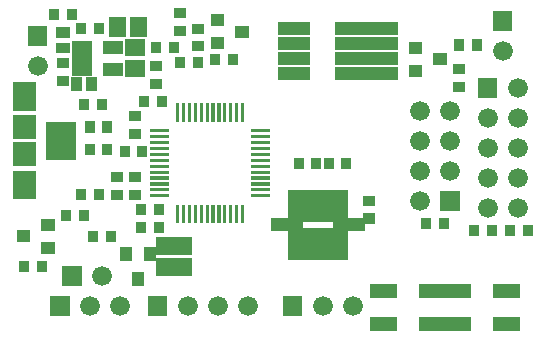
<source format=gbr>
G04 start of page 6 for group -4063 idx -4063 *
G04 Title: riffle, componentmask *
G04 Creator: pcb 1.99z *
G04 CreationDate: Mon 31 Mar 2014 04:05:30 PM GMT UTC *
G04 For: ben *
G04 Format: Gerber/RS-274X *
G04 PCB-Dimensions (mil): 6000.00 5000.00 *
G04 PCB-Coordinate-Origin: lower left *
%MOIN*%
%FSLAX25Y25*%
%LNTOPMASK*%
%ADD62R,0.0612X0.0612*%
%ADD61R,0.0780X0.0780*%
%ADD60R,0.0258X0.0258*%
%ADD59R,0.0476X0.0476*%
%ADD58R,0.0476X0.0476*%
%ADD57R,0.0106X0.0106*%
%ADD56R,0.0572X0.0572*%
%ADD55R,0.0355X0.0355*%
%ADD54R,0.0400X0.0400*%
%ADD53R,0.0336X0.0336*%
%ADD52R,0.0440X0.0440*%
%ADD51C,0.0660*%
%ADD50C,0.0001*%
G54D50*G36*
X124200Y373300D02*Y366700D01*
X130800D01*
Y373300D01*
X124200D01*
G37*
G54D51*X127500Y360000D03*
G54D50*G36*
X209200Y283300D02*Y276700D01*
X215800D01*
Y283300D01*
X209200D01*
G37*
G54D51*X222500Y280000D03*
X232500D03*
G54D50*G36*
X164200Y283300D02*Y276700D01*
X170800D01*
Y283300D01*
X164200D01*
G37*
G36*
X131700D02*Y276700D01*
X138300D01*
Y283300D01*
X131700D01*
G37*
G54D51*X145000Y280000D03*
X155000D03*
G54D50*G36*
X135700Y293300D02*Y286700D01*
X142300D01*
Y293300D01*
X135700D01*
G37*
G54D51*X149000Y290000D03*
X177500Y280000D03*
X187500D03*
X197500D03*
G54D50*G36*
X279200Y378300D02*Y371700D01*
X285800D01*
Y378300D01*
X279200D01*
G37*
G54D51*X282500Y365000D03*
G54D50*G36*
X274200Y355800D02*Y349200D01*
X280800D01*
Y355800D01*
X274200D01*
G37*
G54D51*X287500Y352500D03*
X277500Y342500D03*
X287500D03*
X277500Y332500D03*
X265000Y335000D03*
X255000D03*
X265000Y345000D03*
X255000D03*
X287500Y332500D03*
X277500Y322500D03*
Y312500D03*
G54D50*G36*
X261700Y318300D02*Y311700D01*
X268300D01*
Y318300D01*
X261700D01*
G37*
G54D51*X255000Y315000D03*
X265000Y325000D03*
X255000D03*
X287500Y322500D03*
Y312500D03*
G54D52*X141150Y366200D02*X143550D01*
X151450D02*X153850D01*
G54D53*X172906Y366197D02*Y365803D01*
X167000Y366197D02*Y365803D01*
G54D54*X187200Y375300D02*X187800D01*
X187200Y367500D02*X187800D01*
X195400Y371400D02*X196000D01*
G54D53*X192559Y362197D02*Y361803D01*
X186654Y362197D02*Y361803D01*
X180803Y366441D02*X181197D01*
X180953Y361197D02*Y360803D01*
X166803Y359953D02*X167197D01*
X180803Y372346D02*X181197D01*
X142047Y372697D02*Y372303D01*
X147953Y372697D02*Y372303D01*
X174803Y377500D02*X175197D01*
X174803Y371594D02*X175197D01*
X175047Y361197D02*Y360803D01*
G54D52*X209900Y372500D02*X216200D01*
X209900Y367500D02*X216200D01*
X209900Y362500D02*X216200D01*
X209900Y357500D02*X216200D01*
G54D55*X135508Y371000D02*X136492D01*
X135508Y365882D02*X136492D01*
G54D53*X133094Y377197D02*Y376803D01*
X139000Y377197D02*Y376803D01*
G54D56*X159607Y366043D02*X160393D01*
X159607Y358957D02*X160393D01*
X154000Y373393D02*Y372607D01*
X161086Y373393D02*Y372607D01*
G54D52*X141150Y362500D02*X143550D01*
X141150Y358800D02*X143550D01*
X151450D02*X153850D01*
G54D53*X135803Y355047D02*X136197D01*
X135803Y360953D02*X136197D01*
G54D57*X165453Y334390D02*X170689D01*
X165453Y332421D02*X170689D01*
X165453Y330453D02*X170689D01*
X199311Y332421D02*X204547D01*
X199311Y334390D02*X204547D01*
X165453Y328484D02*X170689D01*
X165453Y326516D02*X170689D01*
X165453Y324547D02*X170689D01*
X165453Y322579D02*X170689D01*
X165453Y320610D02*X170689D01*
X165453Y318642D02*X170689D01*
X165453Y316673D02*X170689D01*
X199311D02*X204547D01*
X199311Y318642D02*X204547D01*
X165453Y338327D02*X170689D01*
X165453Y336358D02*X170689D01*
X185984Y347047D02*Y341811D01*
X184016Y347047D02*Y341811D01*
X182047Y347047D02*Y341811D01*
X180079Y347047D02*Y341811D01*
X178110Y347047D02*Y341811D01*
X176142Y347047D02*Y341811D01*
X174173Y347047D02*Y341811D01*
X199311Y320610D02*X204547D01*
X199311Y322579D02*X204547D01*
X199311Y324547D02*X204547D01*
X199311Y326516D02*X204547D01*
X199311Y328484D02*X204547D01*
X199311Y330453D02*X204547D01*
X199311Y336358D02*X204547D01*
X199311Y338327D02*X204547D01*
X195827Y347047D02*Y341811D01*
X193858Y347047D02*Y341811D01*
X191890Y347047D02*Y341811D01*
X189921Y347047D02*Y341811D01*
X187953Y347047D02*Y341811D01*
G54D54*X253200Y366000D02*X253800D01*
X253200Y358200D02*X253800D01*
G54D52*X228800Y357500D02*X245500D01*
X228800Y362500D02*X245500D01*
X228800Y367500D02*X245500D01*
X228800Y372500D02*X245500D01*
G54D54*X261400Y362100D02*X262000D01*
G54D53*X267803Y358906D02*X268197D01*
X267803Y353000D02*X268197D01*
X273858Y367102D02*Y366709D01*
X267953Y367102D02*Y366709D01*
X224547Y327697D02*Y327303D01*
X214547Y327697D02*Y327303D01*
X220453Y327697D02*Y327303D01*
G54D52*X213126Y316429D02*Y310150D01*
X207634Y307000D02*X213913D01*
X216276Y316429D02*Y310150D01*
X219425Y316429D02*Y310150D01*
X222575Y316429D02*Y310150D01*
X225724Y316429D02*Y310150D01*
X213126Y303850D02*Y297571D01*
X216276Y303850D02*Y297571D01*
X219425Y303850D02*Y297571D01*
X222575Y303850D02*Y297571D01*
X225724Y303850D02*Y297571D01*
X228874Y303850D02*Y297571D01*
G54D53*X230453Y327697D02*Y327303D01*
X237803Y315000D02*X238197D01*
X237803Y309094D02*X238197D01*
X285094Y305197D02*Y304803D01*
X291000Y305197D02*Y304803D01*
X262953Y307697D02*Y307303D01*
X257047Y307697D02*Y307303D01*
X273094Y305197D02*Y304803D01*
X279000Y305197D02*Y304803D01*
G54D52*X228874Y316429D02*Y310150D01*
X228087Y307000D02*X234366D01*
G54D58*X265433Y274000D02*X269567D01*
X265433Y285024D02*X269567D01*
G54D59*X240764Y273988D02*X244898D01*
X257102D02*X261236D01*
X240764Y285012D02*X244898D01*
X257102D02*X261236D01*
G54D58*X281771Y274000D02*X285905D01*
X281771Y285024D02*X285905D01*
G54D55*X140441Y354492D02*Y353508D01*
G54D53*X144823Y339756D02*Y339362D01*
G54D55*X145559Y354492D02*Y353508D01*
G54D53*X168858Y348197D02*Y347803D01*
X162953Y348197D02*Y347803D01*
X148953Y347197D02*Y346803D01*
X143047Y347197D02*Y346803D01*
X166803Y354047D02*X167197D01*
X144882Y332197D02*Y331803D01*
X150787Y332197D02*Y331803D01*
X150728Y339756D02*Y339362D01*
X156500Y331697D02*Y331303D01*
X162406Y331697D02*Y331303D01*
X159803Y337382D02*X160197D01*
X159803Y343287D02*X160197D01*
X159803Y317047D02*X160197D01*
X153803D02*X154197D01*
X162047Y312197D02*Y311803D01*
X167953Y312197D02*Y311803D01*
X159803Y322953D02*X160197D01*
X153803D02*X154197D01*
G54D60*X131673Y340118D02*X139154D01*
X131673Y337559D02*X139154D01*
X131673Y335000D02*X139154D01*
X131673Y332441D02*X139154D01*
X131673Y329882D02*X139154D01*
G54D61*X123209Y350551D02*Y348976D01*
Y330669D02*Y330472D01*
Y339528D02*Y339331D01*
G54D53*X142094Y317197D02*Y316803D01*
X148000Y317197D02*Y316803D01*
X143000Y310197D02*Y309803D01*
X152000Y303291D02*Y302898D01*
X146094Y303291D02*Y302898D01*
X137094Y310197D02*Y309803D01*
X129000Y293197D02*Y292803D01*
G54D54*X130700Y299200D02*X131300D01*
X130700Y307000D02*X131300D01*
G54D53*X123094Y293197D02*Y292803D01*
G54D61*X123209Y321024D02*Y319449D01*
G54D54*X122500Y303100D02*X123100D01*
G54D53*X162094Y306197D02*Y305803D01*
X168000Y306197D02*Y305803D01*
G54D62*X170000Y300000D02*X176000D01*
G54D57*X178110Y313189D02*Y307953D01*
X180079Y313189D02*Y307953D01*
X182047Y313189D02*Y307953D01*
X174173Y313189D02*Y307953D01*
X176142Y313189D02*Y307953D01*
X184016Y313189D02*Y307953D01*
X185984Y313189D02*Y307953D01*
X187953Y313189D02*Y307953D01*
X189921Y313189D02*Y307953D01*
X191890Y313189D02*Y307953D01*
X193858Y313189D02*Y307953D01*
X195827Y313189D02*Y307953D01*
G54D62*X170000Y293000D02*X176000D01*
G54D54*X164900Y297500D02*Y296900D01*
X157100Y297500D02*Y296900D01*
X161000Y289300D02*Y288700D01*
M02*

</source>
